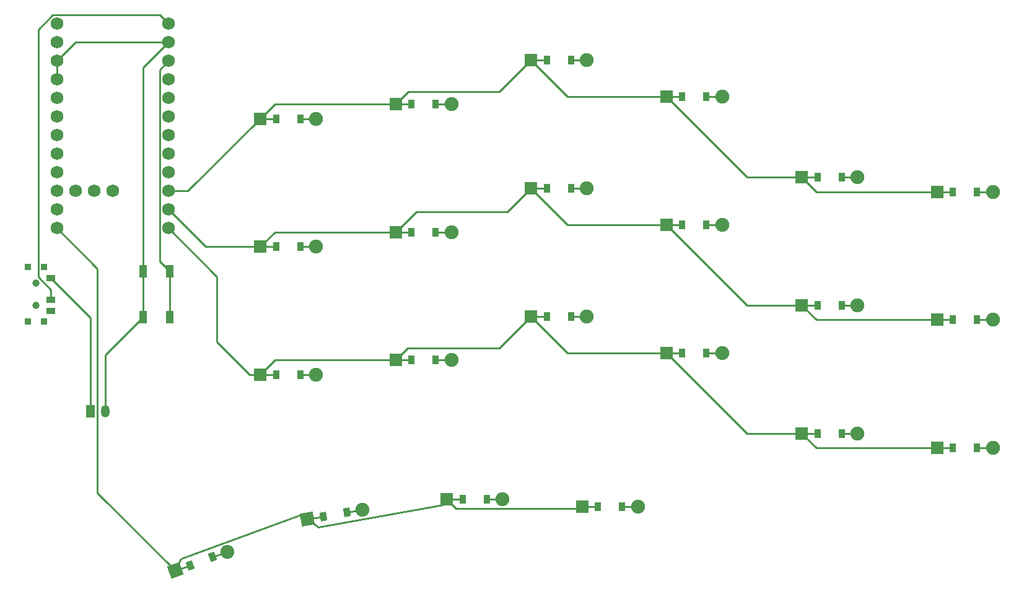
<source format=gbr>
%TF.GenerationSoftware,KiCad,Pcbnew,8.0.4*%
%TF.CreationDate,2024-08-22T13:25:09+01:00*%
%TF.ProjectId,right (v2 backup),72696768-7420-4287-9632-206261636b75,v1.0.0*%
%TF.SameCoordinates,Original*%
%TF.FileFunction,Copper,L1,Top*%
%TF.FilePolarity,Positive*%
%FSLAX46Y46*%
G04 Gerber Fmt 4.6, Leading zero omitted, Abs format (unit mm)*
G04 Created by KiCad (PCBNEW 8.0.4) date 2024-08-22 13:25:09*
%MOMM*%
%LPD*%
G01*
G04 APERTURE LIST*
G04 Aperture macros list*
%AMRotRect*
0 Rectangle, with rotation*
0 The origin of the aperture is its center*
0 $1 length*
0 $2 width*
0 $3 Rotation angle, in degrees counterclockwise*
0 Add horizontal line*
21,1,$1,$2,0,0,$3*%
G04 Aperture macros list end*
%TA.AperFunction,SMDPad,CuDef*%
%ADD10R,0.900000X1.200000*%
%TD*%
%TA.AperFunction,ComponentPad*%
%ADD11R,1.778000X1.778000*%
%TD*%
%TA.AperFunction,ComponentPad*%
%ADD12C,1.905000*%
%TD*%
%TA.AperFunction,SMDPad,CuDef*%
%ADD13RotRect,0.900000X1.200000X10.000000*%
%TD*%
%TA.AperFunction,ComponentPad*%
%ADD14RotRect,1.778000X1.778000X10.000000*%
%TD*%
%TA.AperFunction,SMDPad,CuDef*%
%ADD15RotRect,0.900000X1.200000X20.000000*%
%TD*%
%TA.AperFunction,ComponentPad*%
%ADD16RotRect,1.778000X1.778000X20.000000*%
%TD*%
%TA.AperFunction,ComponentPad*%
%ADD17C,1.752600*%
%TD*%
%TA.AperFunction,SMDPad,CuDef*%
%ADD18R,1.100000X1.800000*%
%TD*%
%TA.AperFunction,WasherPad*%
%ADD19C,1.000000*%
%TD*%
%TA.AperFunction,SMDPad,CuDef*%
%ADD20R,1.250000X0.900000*%
%TD*%
%TA.AperFunction,SMDPad,CuDef*%
%ADD21R,0.900000X0.900000*%
%TD*%
%TA.AperFunction,ComponentPad*%
%ADD22R,1.200000X1.700000*%
%TD*%
%TA.AperFunction,ComponentPad*%
%ADD23O,1.200000X1.700000*%
%TD*%
%TA.AperFunction,Conductor*%
%ADD24C,0.250000*%
%TD*%
G04 APERTURE END LIST*
D10*
%TO.P,D1,1*%
%TO.N,P009*%
X386915178Y-87480611D03*
%TO.P,D1,2*%
%TO.N,mirror_first_bottom*%
X390215178Y-87480609D03*
D11*
%TO.P,D1,1*%
%TO.N,P009*%
X384755178Y-87480610D03*
D12*
%TO.P,D1,2*%
%TO.N,mirror_first_bottom*%
X392375178Y-87480610D03*
%TD*%
D10*
%TO.P,D2,1*%
%TO.N,P010*%
X386915179Y-69980609D03*
%TO.P,D2,2*%
%TO.N,mirror_first_home*%
X390215179Y-69980607D03*
D11*
%TO.P,D2,1*%
%TO.N,P010*%
X384755179Y-69980608D03*
D12*
%TO.P,D2,2*%
%TO.N,mirror_first_home*%
X392375179Y-69980608D03*
%TD*%
D10*
%TO.P,D3,1*%
%TO.N,P111*%
X386915177Y-52480610D03*
%TO.P,D3,2*%
%TO.N,mirror_first_top*%
X390215177Y-52480608D03*
D11*
%TO.P,D3,1*%
%TO.N,P111*%
X384755177Y-52480609D03*
D12*
%TO.P,D3,2*%
%TO.N,mirror_first_top*%
X392375177Y-52480609D03*
%TD*%
D10*
%TO.P,D4,1*%
%TO.N,P009*%
X368415178Y-85480610D03*
%TO.P,D4,2*%
%TO.N,mirror_second_bottom*%
X371715178Y-85480608D03*
D11*
%TO.P,D4,1*%
%TO.N,P009*%
X366255178Y-85480609D03*
D12*
%TO.P,D4,2*%
%TO.N,mirror_second_bottom*%
X373875178Y-85480609D03*
%TD*%
D10*
%TO.P,D5,1*%
%TO.N,P010*%
X368415176Y-67980610D03*
%TO.P,D5,2*%
%TO.N,mirror_second_home*%
X371715176Y-67980608D03*
D11*
%TO.P,D5,1*%
%TO.N,P010*%
X366255176Y-67980609D03*
D12*
%TO.P,D5,2*%
%TO.N,mirror_second_home*%
X373875176Y-67980609D03*
%TD*%
D10*
%TO.P,D6,1*%
%TO.N,P111*%
X368415179Y-50480610D03*
%TO.P,D6,2*%
%TO.N,mirror_second_top*%
X371715179Y-50480608D03*
D11*
%TO.P,D6,1*%
%TO.N,P111*%
X366255179Y-50480609D03*
D12*
%TO.P,D6,2*%
%TO.N,mirror_second_top*%
X373875179Y-50480609D03*
%TD*%
D10*
%TO.P,D7,1*%
%TO.N,P009*%
X349915177Y-74480610D03*
%TO.P,D7,2*%
%TO.N,mirror_third_bottom*%
X353215177Y-74480608D03*
D11*
%TO.P,D7,1*%
%TO.N,P009*%
X347755177Y-74480609D03*
D12*
%TO.P,D7,2*%
%TO.N,mirror_third_bottom*%
X355375177Y-74480609D03*
%TD*%
D10*
%TO.P,D8,1*%
%TO.N,P010*%
X349915179Y-56980609D03*
%TO.P,D8,2*%
%TO.N,mirror_third_home*%
X353215179Y-56980607D03*
D11*
%TO.P,D8,1*%
%TO.N,P010*%
X347755179Y-56980608D03*
D12*
%TO.P,D8,2*%
%TO.N,mirror_third_home*%
X355375179Y-56980608D03*
%TD*%
D10*
%TO.P,D9,1*%
%TO.N,P111*%
X349915178Y-39480610D03*
%TO.P,D9,2*%
%TO.N,mirror_third_top*%
X353215178Y-39480608D03*
D11*
%TO.P,D9,1*%
%TO.N,P111*%
X347755178Y-39480609D03*
D12*
%TO.P,D9,2*%
%TO.N,mirror_third_top*%
X355375178Y-39480609D03*
%TD*%
D10*
%TO.P,D10,1*%
%TO.N,P009*%
X331415177Y-69480610D03*
%TO.P,D10,2*%
%TO.N,mirror_fourth_bottom*%
X334715177Y-69480608D03*
D11*
%TO.P,D10,1*%
%TO.N,P009*%
X329255177Y-69480609D03*
D12*
%TO.P,D10,2*%
%TO.N,mirror_fourth_bottom*%
X336875177Y-69480609D03*
%TD*%
D10*
%TO.P,D11,1*%
%TO.N,P010*%
X331415178Y-51980609D03*
%TO.P,D11,2*%
%TO.N,mirror_fourth_home*%
X334715178Y-51980607D03*
D11*
%TO.P,D11,1*%
%TO.N,P010*%
X329255178Y-51980608D03*
D12*
%TO.P,D11,2*%
%TO.N,mirror_fourth_home*%
X336875178Y-51980608D03*
%TD*%
D10*
%TO.P,D12,1*%
%TO.N,P111*%
X331415179Y-34480610D03*
%TO.P,D12,2*%
%TO.N,mirror_fourth_top*%
X334715179Y-34480608D03*
D11*
%TO.P,D12,1*%
%TO.N,P111*%
X329255179Y-34480609D03*
D12*
%TO.P,D12,2*%
%TO.N,mirror_fourth_top*%
X336875179Y-34480609D03*
%TD*%
D10*
%TO.P,D13,1*%
%TO.N,P009*%
X312915179Y-75480611D03*
%TO.P,D13,2*%
%TO.N,mirror_fifth_bottom*%
X316215179Y-75480609D03*
D11*
%TO.P,D13,1*%
%TO.N,P009*%
X310755179Y-75480610D03*
D12*
%TO.P,D13,2*%
%TO.N,mirror_fifth_bottom*%
X318375179Y-75480610D03*
%TD*%
D10*
%TO.P,D14,1*%
%TO.N,P010*%
X312915177Y-57980609D03*
%TO.P,D14,2*%
%TO.N,mirror_fifth_home*%
X316215177Y-57980607D03*
D11*
%TO.P,D14,1*%
%TO.N,P010*%
X310755177Y-57980608D03*
D12*
%TO.P,D14,2*%
%TO.N,mirror_fifth_home*%
X318375177Y-57980608D03*
%TD*%
D10*
%TO.P,D15,1*%
%TO.N,P111*%
X312915178Y-40480610D03*
%TO.P,D15,2*%
%TO.N,mirror_fifth_top*%
X316215178Y-40480608D03*
D11*
%TO.P,D15,1*%
%TO.N,P111*%
X310755178Y-40480609D03*
D12*
%TO.P,D15,2*%
%TO.N,mirror_fifth_top*%
X318375178Y-40480609D03*
%TD*%
D10*
%TO.P,D16,1*%
%TO.N,P009*%
X294415178Y-77480611D03*
%TO.P,D16,2*%
%TO.N,mirror_sixth_bottom*%
X297715178Y-77480609D03*
D11*
%TO.P,D16,1*%
%TO.N,P009*%
X292255178Y-77480610D03*
D12*
%TO.P,D16,2*%
%TO.N,mirror_sixth_bottom*%
X299875178Y-77480610D03*
%TD*%
D10*
%TO.P,D17,1*%
%TO.N,P010*%
X294415179Y-59980608D03*
%TO.P,D17,2*%
%TO.N,mirror_sixth_home*%
X297715179Y-59980606D03*
D11*
%TO.P,D17,1*%
%TO.N,P010*%
X292255179Y-59980607D03*
D12*
%TO.P,D17,2*%
%TO.N,mirror_sixth_home*%
X299875179Y-59980607D03*
%TD*%
D10*
%TO.P,D18,1*%
%TO.N,P111*%
X294415178Y-42480610D03*
%TO.P,D18,2*%
%TO.N,mirror_sixth_top*%
X297715178Y-42480608D03*
D11*
%TO.P,D18,1*%
%TO.N,P111*%
X292255178Y-42480609D03*
D12*
%TO.P,D18,2*%
%TO.N,mirror_sixth_top*%
X299875178Y-42480609D03*
%TD*%
D10*
%TO.P,D19,1*%
%TO.N,P106*%
X338415176Y-95480610D03*
%TO.P,D19,2*%
%TO.N,mirror_first_only*%
X341715176Y-95480608D03*
D11*
%TO.P,D19,1*%
%TO.N,P106*%
X336255176Y-95480609D03*
D12*
%TO.P,D19,2*%
%TO.N,mirror_first_only*%
X343875176Y-95480609D03*
%TD*%
D10*
%TO.P,D20,1*%
%TO.N,P106*%
X319915178Y-94480609D03*
%TO.P,D20,2*%
%TO.N,mirror_second_only*%
X323215178Y-94480607D03*
D11*
%TO.P,D20,1*%
%TO.N,P106*%
X317755178Y-94480608D03*
D12*
%TO.P,D20,2*%
%TO.N,mirror_second_only*%
X325375178Y-94480608D03*
%TD*%
D13*
%TO.P,D21,1*%
%TO.N,P106*%
X300836806Y-96869785D03*
%TO.P,D21,2*%
%TO.N,mirror_third_only*%
X304086672Y-96296749D03*
D14*
%TO.P,D21,1*%
%TO.N,P106*%
X298709621Y-97244867D03*
D12*
%TO.P,D21,2*%
%TO.N,mirror_third_only*%
X306213857Y-95921667D03*
%TD*%
D15*
%TO.P,D22,1*%
%TO.N,P106*%
X282636801Y-103520398D03*
%TO.P,D22,2*%
%TO.N,mirror_fourth_only*%
X285737787Y-102391734D03*
D16*
%TO.P,D22,1*%
%TO.N,P106*%
X280607065Y-104259163D03*
D12*
%TO.P,D22,2*%
%TO.N,mirror_fourth_only*%
X287767523Y-101652969D03*
%TD*%
D17*
%TO.P,MCU1,1*%
%TO.N,P006*%
X264445178Y-29510610D03*
%TO.P,MCU1,2*%
%TO.N,P008*%
X264445178Y-32050609D03*
%TO.P,MCU1,3*%
%TO.N,GND*%
X264445178Y-34590609D03*
%TO.P,MCU1,4*%
X264445178Y-37130609D03*
%TO.P,MCU1,5*%
%TO.N,P017*%
X264445178Y-39670609D03*
%TO.P,MCU1,6*%
%TO.N,P020*%
X264445178Y-42210609D03*
%TO.P,MCU1,7*%
%TO.N,P022*%
X264445178Y-44750609D03*
%TO.P,MCU1,8*%
%TO.N,P024*%
X264445178Y-47290609D03*
%TO.P,MCU1,9*%
%TO.N,P100*%
X264445179Y-49830609D03*
%TO.P,MCU1,10*%
%TO.N,P011*%
X264445178Y-52370609D03*
%TO.P,MCU1,11*%
%TO.N,P104*%
X264445178Y-54910609D03*
%TO.P,MCU1,12*%
%TO.N,P106*%
X264445178Y-57450609D03*
%TO.P,MCU1,13*%
%TO.N,P009*%
X279685178Y-57450608D03*
%TO.P,MCU1,14*%
%TO.N,P010*%
X279685178Y-54910609D03*
%TO.P,MCU1,15*%
%TO.N,P111*%
X279685178Y-52370609D03*
%TO.P,MCU1,16*%
%TO.N,P113*%
X279685178Y-49830609D03*
%TO.P,MCU1,17*%
%TO.N,P115*%
X279685178Y-47290609D03*
%TO.P,MCU1,18*%
%TO.N,P002*%
X279685178Y-44750609D03*
%TO.P,MCU1,19*%
%TO.N,P029*%
X279685178Y-42210609D03*
%TO.P,MCU1,20*%
%TO.N,P031*%
X279685178Y-39670609D03*
%TO.P,MCU1,21*%
%TO.N,VCC*%
X279685177Y-37130609D03*
%TO.P,MCU1,22*%
%TO.N,RST*%
X279685178Y-34590609D03*
%TO.P,MCU1,23*%
%TO.N,GND*%
X279685178Y-32050609D03*
%TO.P,MCU1,24*%
%TO.N,RAW*%
X279685178Y-29510609D03*
%TO.P,MCU1,31*%
%TO.N,P101*%
X266985178Y-52370609D03*
%TO.P,MCU1,32*%
%TO.N,P102*%
X269525178Y-52370609D03*
%TO.P,MCU1,33*%
%TO.N,P107*%
X272065178Y-52370609D03*
%TD*%
D18*
%TO.P,B1,1*%
%TO.N,GND*%
X276215179Y-69580607D03*
X276215179Y-63380607D03*
%TO.P,B1,2*%
%TO.N,RST*%
X279915179Y-69580607D03*
X279915179Y-63380607D03*
%TD*%
D19*
%TO.P,T1,*%
%TO.N,*%
X261565178Y-64980607D03*
X261565178Y-67980607D03*
D20*
%TO.P,T1,1*%
%TO.N,pos*%
X263640179Y-64230607D03*
%TO.P,T1,2*%
%TO.N,RAW*%
X263640178Y-67230607D03*
%TO.P,T1,3*%
%TO.N,N/C*%
X263640178Y-68730607D03*
D21*
%TO.P,T1,*%
%TO.N,*%
X260465178Y-62780607D03*
X262665178Y-62780607D03*
X262665178Y-70180607D03*
X260465178Y-70180607D03*
%TD*%
D22*
%TO.P,JST1,1*%
%TO.N,pos*%
X269065178Y-82480608D03*
D23*
%TO.P,JST1,2*%
%TO.N,GND*%
X271065178Y-82480608D03*
%TD*%
D24*
%TO.N,P106*%
X269990178Y-93642276D02*
X280607065Y-104259163D01*
X264445178Y-57450609D02*
X269990178Y-62995609D01*
X269990178Y-62995609D02*
X269990178Y-93642276D01*
%TO.N,GND*%
X271065178Y-74730608D02*
X276215179Y-69580607D01*
X271065178Y-82480608D02*
X271065178Y-74730608D01*
%TO.N,pos*%
X269065178Y-69655606D02*
X269065178Y-82480608D01*
X263640179Y-64230607D02*
X269065178Y-69655606D01*
%TO.N,RAW*%
X263640178Y-65888880D02*
X263640178Y-67230607D01*
X261890178Y-64138880D02*
X263640178Y-65888880D01*
X261890178Y-30309822D02*
X261890178Y-64138880D01*
X278483879Y-28309310D02*
X263890690Y-28309310D01*
X263890690Y-28309310D02*
X261890178Y-30309822D01*
X279685178Y-29510609D02*
X278483879Y-28309310D01*
%TO.N,GND*%
X276215179Y-35520608D02*
X279685178Y-32050609D01*
X276215179Y-63380607D02*
X276215179Y-35520608D01*
%TO.N,RST*%
X278483878Y-35791909D02*
X279685178Y-34590609D01*
X278483878Y-61949306D02*
X278483878Y-35791909D01*
X279915179Y-63380607D02*
X278483878Y-61949306D01*
%TO.N,GND*%
X276215179Y-69580607D02*
X276215179Y-63380607D01*
%TO.N,RST*%
X279915179Y-69580607D02*
X279915179Y-63380607D01*
%TO.N,GND*%
X264445178Y-34590609D02*
X264445178Y-37130609D01*
X266985178Y-32050609D02*
X264445178Y-34590609D01*
X279685178Y-32050609D02*
X266985178Y-32050609D01*
%TO.N,P111*%
X282365178Y-52370609D02*
X292255178Y-42480609D01*
X279685178Y-52370609D02*
X282365178Y-52370609D01*
%TO.N,P010*%
X284755176Y-59980607D02*
X292255179Y-59980607D01*
X279685178Y-54910609D02*
X284755176Y-59980607D01*
%TO.N,P009*%
X286339278Y-72988393D02*
X290831495Y-77480610D01*
X286339278Y-64104708D02*
X286339278Y-72988393D01*
X279685178Y-57450608D02*
X286339278Y-64104708D01*
X290831495Y-77480610D02*
X292255178Y-77480610D01*
X368255179Y-87480610D02*
X384755178Y-87480610D01*
X366255178Y-85480609D02*
X368255179Y-87480610D01*
%TO.N,mirror_first_bottom*%
X390215178Y-87480609D02*
X392375177Y-87480609D01*
X392375177Y-87480609D02*
X392375178Y-87480610D01*
%TO.N,P009*%
X386915177Y-87480610D02*
X386915178Y-87480611D01*
X384755178Y-87480610D02*
X386915177Y-87480610D01*
%TO.N,mirror_second_bottom*%
X373875177Y-85480608D02*
X373875178Y-85480609D01*
X371715178Y-85480608D02*
X373875177Y-85480608D01*
%TO.N,P009*%
X368415177Y-85480609D02*
X368415178Y-85480610D01*
X366255178Y-85480609D02*
X368415177Y-85480609D01*
X358755177Y-85480609D02*
X366255178Y-85480609D01*
X347755177Y-74480609D02*
X358755177Y-85480609D01*
%TO.N,mirror_third_bottom*%
X355375176Y-74480608D02*
X355375177Y-74480609D01*
X353215177Y-74480608D02*
X355375176Y-74480608D01*
%TO.N,P009*%
X349915176Y-74480609D02*
X349915177Y-74480610D01*
X347755177Y-74480609D02*
X349915176Y-74480609D01*
X334255177Y-74480609D02*
X347755177Y-74480609D01*
X329255177Y-69480609D02*
X334255177Y-74480609D01*
%TO.N,mirror_fourth_bottom*%
X334715178Y-69480609D02*
X334715177Y-69480608D01*
X336875177Y-69480609D02*
X334715178Y-69480609D01*
%TO.N,P009*%
X331415176Y-69480609D02*
X331415177Y-69480610D01*
X329255177Y-69480609D02*
X331415176Y-69480609D01*
X312400000Y-73835789D02*
X312400000Y-73800000D01*
X312400000Y-73800000D02*
X324935786Y-73800000D01*
X324935786Y-73800000D02*
X329255177Y-69480609D01*
X310755179Y-75480610D02*
X312400000Y-73835789D01*
%TO.N,mirror_fifth_bottom*%
X316215179Y-75480609D02*
X318375178Y-75480609D01*
X318375178Y-75480609D02*
X318375179Y-75480610D01*
%TO.N,P009*%
X312915178Y-75480610D02*
X312915179Y-75480611D01*
X310755179Y-75480610D02*
X312915178Y-75480610D01*
X292255178Y-77480610D02*
X294255178Y-75480610D01*
X294255178Y-75480610D02*
X310755179Y-75480610D01*
%TO.N,mirror_sixth_bottom*%
X299875177Y-77480609D02*
X299875178Y-77480610D01*
X297715178Y-77480609D02*
X299875177Y-77480609D01*
%TO.N,P009*%
X292255178Y-77480610D02*
X294415177Y-77480610D01*
X294415177Y-77480610D02*
X294415178Y-77480611D01*
%TO.N,P010*%
X294255178Y-57980608D02*
X292255179Y-59980607D01*
X310755177Y-57980608D02*
X294255178Y-57980608D01*
X313535785Y-55200000D02*
X310755177Y-57980608D01*
X326035786Y-55200000D02*
X313535785Y-55200000D01*
X329255178Y-51980608D02*
X326035786Y-55200000D01*
X292255180Y-59980608D02*
X292255179Y-59980607D01*
X294415179Y-59980608D02*
X292255180Y-59980608D01*
%TO.N,mirror_sixth_home*%
X297715180Y-59980607D02*
X297715179Y-59980606D01*
X299875179Y-59980607D02*
X297715180Y-59980607D01*
%TO.N,P010*%
X310755178Y-57980609D02*
X310755177Y-57980608D01*
X312915177Y-57980609D02*
X310755178Y-57980609D01*
%TO.N,mirror_fifth_home*%
X316215178Y-57980608D02*
X316215177Y-57980607D01*
X318375177Y-57980608D02*
X316215178Y-57980608D01*
%TO.N,P010*%
X329255179Y-51980609D02*
X329255178Y-51980608D01*
X331415178Y-51980609D02*
X329255179Y-51980609D01*
%TO.N,mirror_fourth_home*%
X334715179Y-51980608D02*
X334715178Y-51980607D01*
X336875178Y-51980608D02*
X334715179Y-51980608D01*
%TO.N,P010*%
X334255178Y-56980608D02*
X329255178Y-51980608D01*
X347755179Y-56980608D02*
X334255178Y-56980608D01*
X349915179Y-56980609D02*
X347755180Y-56980609D01*
X347755180Y-56980609D02*
X347755179Y-56980608D01*
%TO.N,mirror_third_home*%
X353215180Y-56980608D02*
X353215179Y-56980607D01*
X355375179Y-56980608D02*
X353215180Y-56980608D01*
%TO.N,P010*%
X366255176Y-67980609D02*
X358755180Y-67980609D01*
X358755180Y-67980609D02*
X347755179Y-56980608D01*
X368415176Y-67980610D02*
X366255177Y-67980610D01*
X366255177Y-67980610D02*
X366255176Y-67980609D01*
%TO.N,mirror_second_home*%
X373875176Y-67980609D02*
X371715177Y-67980609D01*
X371715177Y-67980609D02*
X371715176Y-67980608D01*
%TO.N,P010*%
X368255175Y-69980608D02*
X366255176Y-67980609D01*
X384755179Y-69980608D02*
X368255175Y-69980608D01*
X384755180Y-69980609D02*
X384755179Y-69980608D01*
X386915179Y-69980609D02*
X384755180Y-69980609D01*
%TO.N,mirror_first_home*%
X390215180Y-69980608D02*
X390215179Y-69980607D01*
X392375179Y-69980608D02*
X390215180Y-69980608D01*
%TO.N,mirror_first_top*%
X392375176Y-52480608D02*
X392375177Y-52480609D01*
X390215177Y-52480608D02*
X392375176Y-52480608D01*
%TO.N,P111*%
X384755177Y-52480609D02*
X386915176Y-52480609D01*
X386915176Y-52480609D02*
X386915177Y-52480610D01*
X368255179Y-52480609D02*
X384755177Y-52480609D01*
X366255179Y-50480609D02*
X368255179Y-52480609D01*
%TO.N,mirror_second_top*%
X373875178Y-50480608D02*
X373875179Y-50480609D01*
X371715179Y-50480608D02*
X373875178Y-50480608D01*
%TO.N,P111*%
X368415178Y-50480609D02*
X368415179Y-50480610D01*
X366255179Y-50480609D02*
X368415178Y-50480609D01*
X347755178Y-39480609D02*
X358755178Y-50480609D01*
X358755178Y-50480609D02*
X366255179Y-50480609D01*
%TO.N,mirror_third_top*%
X353215178Y-39480608D02*
X355375177Y-39480608D01*
X355375177Y-39480608D02*
X355375178Y-39480609D01*
%TO.N,P111*%
X349915177Y-39480609D02*
X349915178Y-39480610D01*
X347755178Y-39480609D02*
X349915177Y-39480609D01*
X334255179Y-39480609D02*
X347755178Y-39480609D01*
X329255179Y-34480609D02*
X334255179Y-39480609D01*
%TO.N,mirror_fourth_top*%
X336875178Y-34480608D02*
X336875179Y-34480609D01*
X334715179Y-34480608D02*
X336875178Y-34480608D01*
%TO.N,P111*%
X331415178Y-34480609D02*
X331415179Y-34480610D01*
X329255179Y-34480609D02*
X331415178Y-34480609D01*
X312435787Y-38800000D02*
X324935788Y-38800000D01*
X324935788Y-38800000D02*
X329255179Y-34480609D01*
X310755178Y-40480609D02*
X312435787Y-38800000D01*
%TO.N,mirror_fifth_top*%
X318375177Y-40480608D02*
X318375178Y-40480609D01*
X316215178Y-40480608D02*
X318375177Y-40480608D01*
%TO.N,P111*%
X312915177Y-40480609D02*
X312915178Y-40480610D01*
X310755178Y-40480609D02*
X312915177Y-40480609D01*
X294255178Y-40480609D02*
X310755178Y-40480609D01*
X292255178Y-42480609D02*
X294255178Y-40480609D01*
%TO.N,mirror_sixth_top*%
X297715178Y-42480608D02*
X299875177Y-42480608D01*
X299875177Y-42480608D02*
X299875178Y-42480609D01*
%TO.N,P111*%
X294415177Y-42480609D02*
X294415178Y-42480610D01*
X292255178Y-42480609D02*
X294415177Y-42480609D01*
%TO.N,mirror_first_only*%
X341715176Y-95480608D02*
X343875175Y-95480608D01*
X343875175Y-95480608D02*
X343875176Y-95480609D01*
%TO.N,P106*%
X338415175Y-95480609D02*
X338415176Y-95480610D01*
X336255176Y-95480609D02*
X338415175Y-95480609D01*
%TO.N,mirror_second_only*%
X325375177Y-94480607D02*
X325375178Y-94480608D01*
X323215178Y-94480607D02*
X325375177Y-94480607D01*
%TO.N,P106*%
X319915177Y-94480608D02*
X319915178Y-94480609D01*
X317755178Y-94480608D02*
X319915177Y-94480608D01*
X335977677Y-95758108D02*
X336255176Y-95480609D01*
X319032678Y-95758108D02*
X335977677Y-95758108D01*
X317755178Y-94480608D02*
X319032678Y-95758108D01*
X317193421Y-95282880D02*
X317755178Y-94480608D01*
X300189546Y-98281121D02*
X317193421Y-95282880D01*
X298709621Y-97244867D02*
X300189546Y-98281121D01*
%TO.N,mirror_third_only*%
X306213854Y-95921668D02*
X306213856Y-95921665D01*
X304086671Y-96296748D02*
X306213854Y-95921668D01*
%TO.N,P106*%
X300836804Y-96869787D02*
X300836806Y-96869785D01*
X298709621Y-97244867D02*
X300836804Y-96869787D01*
X281370595Y-102621772D02*
X297584714Y-96720315D01*
X280607066Y-104259162D02*
X281370595Y-102621772D01*
X297584714Y-96720315D02*
X298709621Y-97244867D01*
%TO.N,mirror_fourth_only*%
X287767521Y-101652970D02*
X287767523Y-101652967D01*
X285737788Y-102391732D02*
X287767521Y-101652970D01*
%TO.N,P106*%
X282636800Y-103520401D02*
X282636801Y-103520397D01*
X280607066Y-104259162D02*
X282636800Y-103520401D01*
%TD*%
M02*

</source>
